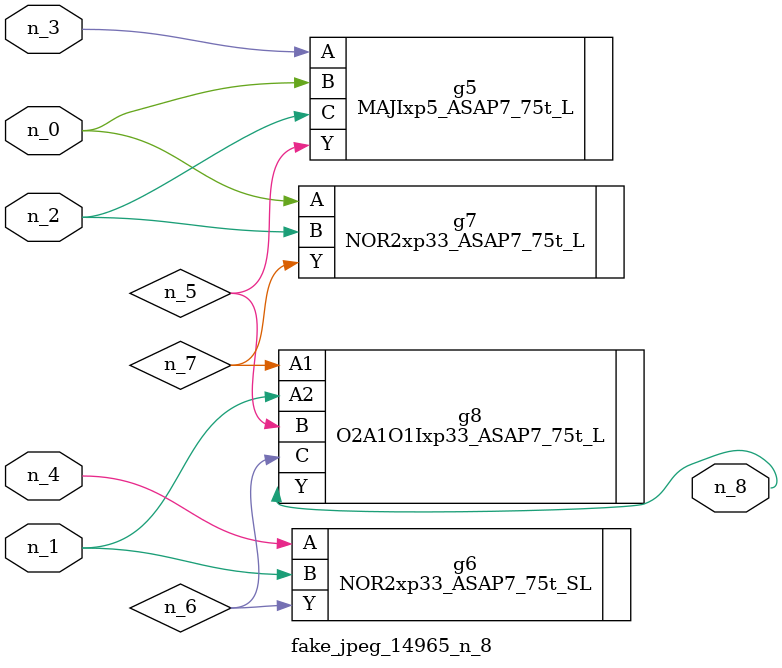
<source format=v>
module fake_jpeg_14965_n_8 (n_3, n_2, n_1, n_0, n_4, n_8);

input n_3;
input n_2;
input n_1;
input n_0;
input n_4;

output n_8;

wire n_6;
wire n_5;
wire n_7;

MAJIxp5_ASAP7_75t_L g5 ( 
.A(n_3),
.B(n_0),
.C(n_2),
.Y(n_5)
);

NOR2xp33_ASAP7_75t_SL g6 ( 
.A(n_4),
.B(n_1),
.Y(n_6)
);

NOR2xp33_ASAP7_75t_L g7 ( 
.A(n_0),
.B(n_2),
.Y(n_7)
);

O2A1O1Ixp33_ASAP7_75t_L g8 ( 
.A1(n_7),
.A2(n_1),
.B(n_5),
.C(n_6),
.Y(n_8)
);


endmodule
</source>
